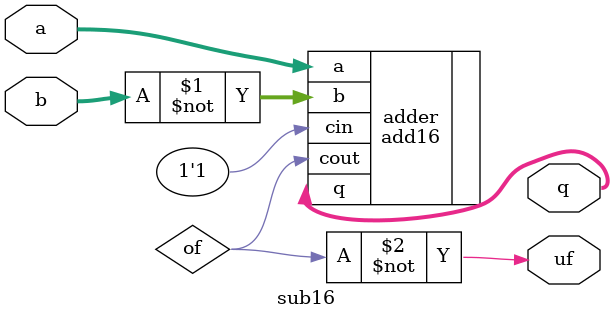
<source format=sv>
/**************************************************************************
 *  FPGA-implementation of the dcpu16
 *  Copyright (C) 2013  Hauke Neizel
 *
 *  This program is free software; you can redistribute it and/or modify
 *  it under the terms of the GNU General Public License as published by
 *  the Free Software Foundation; either version 2 of the License, or
 *  (at your option) any later version.
 *
 *  This program is distributed in the hope that it will be useful,
 *  but WITHOUT ANY WARRANTY; without even the implied warranty of
 *  MERCHANTABILITY or FITNESS FOR A PARTICULAR PURPOSE.  See the
 *  GNU General Public License for more details.
 *
 *  You should have received a copy of the GNU General Public License along
 *  with this program; if not, write to the Free Software Foundation, Inc.,
 *  51 Franklin Street, Fifth Floor, Boston, MA 02110-1301 USA.
 *
 */

module div16( 
	input [15:0] dividend,
	input [15:0] divisor,
	output [15:0] quotient,
	output [15:0] modulus,
	output [15:0] EX,
	output divz
);

	wire [15:0] a = dividend;
	wire [15:0] b = divisor;
	wire [15:0] c;

	wire [15:0] dif [15:0];
	wire [15:0] s [15:0];
	wire u [15:0];

	assign c[15] = ~(u[15] | (|b[15:1]) );
	assign c[14] = ~(u[14] | (|b[15:2]) );
	assign c[13] = ~(u[13] | (|b[15:3]) );
	assign c[12] = ~(u[12] | (|b[15:4]) );
	assign c[11] = ~(u[11] | (|b[15:5]) );
	assign c[10] = ~(u[10] | (|b[15:6]) );
	assign c[9] = ~(u[9] | (|b[15:7]) );
	assign c[8] = ~(u[8] | (|b[15:8]) );
	assign c[7] = ~(u[7] | (|b[15:9]) );
	assign c[6] = ~(u[6] | (|b[15:10]) );
	assign c[5] = ~(u[5] | (|b[15:11]) );
	assign c[4] = ~(u[4] | (|b[15:12]) );
	assign c[3] = ~(u[3] | (|b[15:13]) );
	assign c[2] = ~(u[2] | (|b[15:14]) );
	assign c[1] = ~(u[1] | (|b[15:15]) );
	assign c[0] = ~u[0];

	assign s[15] = c[15] ? dif[15] : a;
	assign s[14] = c[14] ? dif[14] : s[15];
	assign s[13] = c[13] ? dif[13] : s[14];
	assign s[12] = c[12] ? dif[12] : s[13];
	assign s[11] = c[11] ? dif[11] : s[12];
	assign s[10] = c[10] ? dif[10] : s[11];
	assign s[9] = c[9] ? dif[9] : s[10];
	assign s[8] = c[8] ? dif[8] : s[9];
	assign s[7] = c[7] ? dif[7] : s[8];
	assign s[6] = c[6] ? dif[6] : s[7];
	assign s[5] = c[5] ? dif[5] : s[6];
	assign s[4] = c[4] ? dif[4] : s[5];
	assign s[3] = c[3] ? dif[3] : s[4];
	assign s[2] = c[2] ? dif[2] : s[3];
	assign s[1] = c[1] ? dif[1] : s[2];
	assign s[0] = c[0] ? dif[0] : s[1];

	sub16 sub15(.a(a), .b(b<<15), .q(dif[15]), .uf(u[15])),
			sub14(.a(s[15]), .b(b<<14), .q(dif[14]), .uf(u[14])),
			sub13(.a(s[14]), .b(b<<13), .q(dif[13]), .uf(u[13])),
			sub12(.a(s[13]), .b(b<<12), .q(dif[12]), .uf(u[12])),
			sub11(.a(s[12]), .b(b<<11), .q(dif[11]), .uf(u[11])),
			sub10(.a(s[11]), .b(b<<10), .q(dif[10]), .uf(u[10])),
			sub9(.a(s[10]), .b(b<<9), .q(dif[9]), .uf(u[9])),
			sub8(.a(s[9]), .b(b<<8), .q(dif[8]), .uf(u[8])),
			sub7(.a(s[8]), .b(b<<7), .q(dif[7]), .uf(u[7])),
			sub6(.a(s[7]), .b(b<<6), .q(dif[6]), .uf(u[6])),
			sub5(.a(s[6]), .b(b<<5), .q(dif[5]), .uf(u[5])),
			sub4(.a(s[5]), .b(b<<4), .q(dif[4]), .uf(u[4])),
			sub3(.a(s[4]), .b(b<<3), .q(dif[3]), .uf(u[3])),
			sub2(.a(s[3]), .b(b<<2), .q(dif[2]), .uf(u[2])),
			sub1(.a(s[2]), .b(b<<1), .q(dif[1]), .uf(u[1])),
			sub0(.a(s[1]), .b(b), .q(dif[0]), .uf(u[0]));

	assign quotient = c;
	assign modulus = s[0];
	assign divz = ~|b[15:0];

	wire [15:0] d;

	wire [15:0] fdif [15:0];
	wire [15:0] fs [15:0];
	wire fu [15:0];

	assign d[15] = ~fu[15] | s[0][15];
	assign d[14] = ~fu[14] | (d[15] ? fdif[15][15] : fs[15][15]);
	assign d[13] = ~fu[13] | (d[14] ? fdif[14][15] : fs[14][15]);
	assign d[12] = ~fu[12] | (d[13] ? fdif[13][15] : fs[13][15]);
	assign d[11] = ~fu[11] | (d[12] ? fdif[12][15] : fs[12][15]);
	assign d[10] = ~fu[10] | (d[11] ? fdif[11][15] : fs[11][15]);
	assign d[9] = ~fu[9] | (d[10] ? fdif[10][15] : fs[10][15]);
	assign d[8] = ~fu[8] | (d[9] ? fdif[9][15] : fs[9][15]);
	assign d[7] = ~fu[7] | (d[8] ? fdif[8][15] : fs[8][15]);
	assign d[6] = ~fu[6] | (d[7] ? fdif[7][15] : fs[7][15]);
	assign d[5] = ~fu[5] | (d[6] ? fdif[6][15] : fs[6][15]);
	assign d[4] = ~fu[4] | (d[5] ? fdif[5][15] : fs[5][15]);
	assign d[3] = ~fu[3] | (d[4] ? fdif[4][15] : fs[4][15]);
	assign d[2] = ~fu[2] | (d[3] ? fdif[3][15] : fs[3][15]);
	assign d[1] = ~fu[1] | (d[2] ? fdif[2][15] : fs[2][15]);
	assign d[0] = ~fu[0] | (d[1] ? fdif[1][15] : fs[1][15]);

	assign fs[15] = s[0]<<1;
	assign fs[14] = (d[15] ? fdif[15] : fs[15])<<1;
	assign fs[13] = (d[14] ? fdif[14] : fs[14])<<1;
	assign fs[12] = (d[13] ? fdif[13] : fs[13])<<1;
	assign fs[11] = (d[12] ? fdif[12] : fs[12])<<1;
	assign fs[10] = (d[11] ? fdif[11] : fs[11])<<1;
	assign fs[9] = (d[10] ? fdif[10] : fs[10])<<1;
	assign fs[8] = (d[9] ? fdif[9] : fs[9])<<1;
	assign fs[7] = (d[8] ? fdif[8] : fs[8])<<1;
	assign fs[6] = (d[7] ? fdif[7] : fs[7])<<1;
	assign fs[5] = (d[6] ? fdif[6] : fs[6])<<1;
	assign fs[4] = (d[5] ? fdif[5] : fs[5])<<1;
	assign fs[3] = (d[4] ? fdif[4] : fs[4])<<1;
	assign fs[2] = (d[3] ? fdif[3] : fs[3])<<1;
	assign fs[1] = (d[2] ? fdif[2] : fs[2])<<1;
	assign fs[0] = (d[1] ? fdif[1] : fs[1])<<1;

	sub16 subm1(.a(fs[15]), .b(b), .q(fdif[15]), .uf(fu[15])),
			subm2(.a(fs[14]), .b(b), .q(fdif[14]), .uf(fu[14])),
			subm3(.a(fs[13]), .b(b), .q(fdif[13]), .uf(fu[13])),
			subm4(.a(fs[12]), .b(b), .q(fdif[12]), .uf(fu[12])),
			subm5(.a(fs[11]), .b(b), .q(fdif[11]), .uf(fu[11])),
			subm6(.a(fs[10]), .b(b), .q(fdif[10]), .uf(fu[10])),
			subm7(.a(fs[9]), .b(b), .q(fdif[9]), .uf(fu[9])),
			subm8(.a(fs[8]), .b(b), .q(fdif[8]), .uf(fu[8])),
			subm9(.a(fs[7]), .b(b), .q(fdif[7]), .uf(fu[7])),
			subm10(.a(fs[6]), .b(b), .q(fdif[6]), .uf(fu[6])),
			subm11(.a(fs[5]), .b(b), .q(fdif[5]), .uf(fu[5])),
			subm12(.a(fs[4]), .b(b), .q(fdif[4]), .uf(fu[4])),
			subm13(.a(fs[3]), .b(b), .q(fdif[3]), .uf(fu[3])),
			subm14(.a(fs[2]), .b(b), .q(fdif[2]), .uf(fu[2])),
			subm15(.a(fs[1]), .b(b), .q(fdif[1]), .uf(fu[1])),
			subm16(.a(fs[0]), .b(b), .q(fdif[0]), .uf(fu[0]));
	
	assign EX = d;

endmodule

module sub16(
	input [15:0] a,
	input [15:0] b,
	output [15:0] q,
	output uf
);

	wire of;
	add16 adder(.cin(1'b1), .a(a), .b(~b), .q(q), .cout(of));
	assign uf = ~of;

endmodule

</source>
